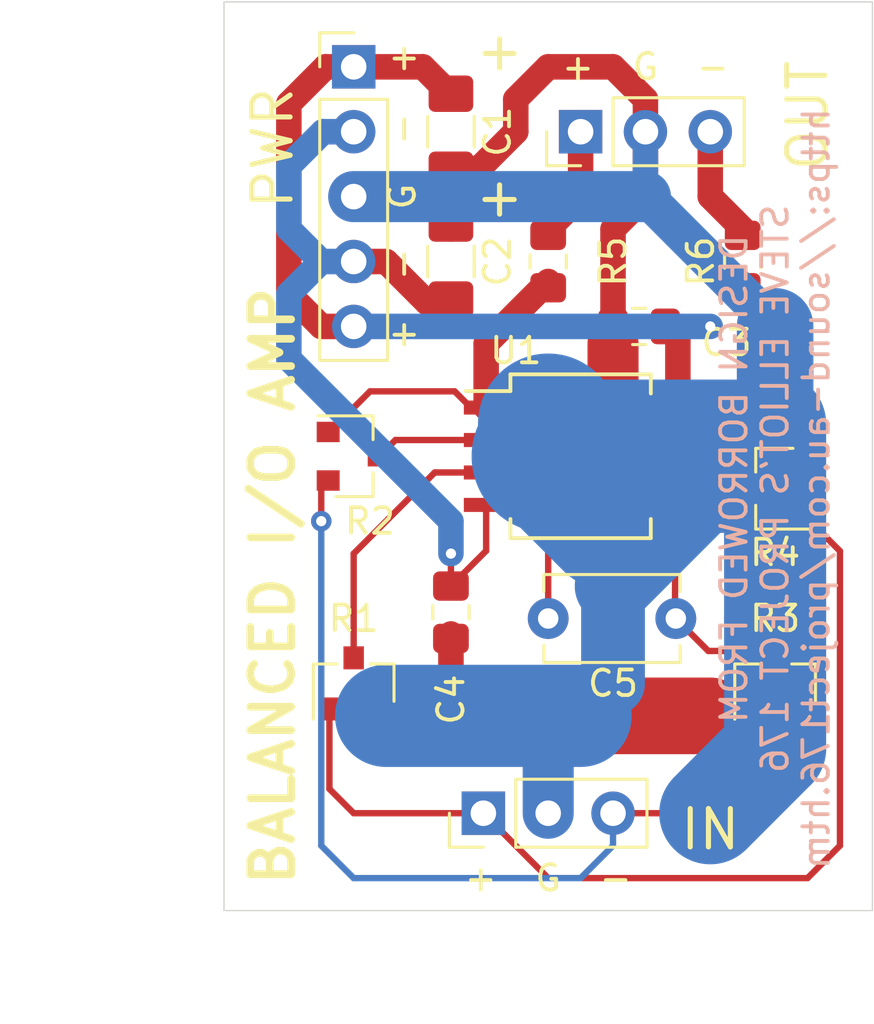
<source format=kicad_pcb>
(kicad_pcb (version 20171130) (host pcbnew "(5.1.4)-1")

  (general
    (thickness 1.6)
    (drawings 13)
    (tracks 127)
    (zones 0)
    (modules 15)
    (nets 14)
  )

  (page A4)
  (layers
    (0 F.Cu signal)
    (31 B.Cu signal)
    (36 B.SilkS user)
    (37 F.SilkS user)
    (39 F.Mask user)
    (40 Dwgs.User user)
    (44 Edge.Cuts user)
    (45 Margin user)
    (46 B.CrtYd user)
    (47 F.CrtYd user)
  )

  (setup
    (last_trace_width 0.25)
    (trace_clearance 0.2)
    (zone_clearance 0.508)
    (zone_45_only no)
    (trace_min 0.2)
    (via_size 0.8)
    (via_drill 0.4)
    (via_min_size 0.4)
    (via_min_drill 0.3)
    (uvia_size 0.3)
    (uvia_drill 0.1)
    (uvias_allowed no)
    (uvia_min_size 0.2)
    (uvia_min_drill 0.1)
    (edge_width 0.05)
    (segment_width 0.2)
    (pcb_text_width 0.3)
    (pcb_text_size 1.5 1.5)
    (mod_edge_width 0.12)
    (mod_text_size 1 1)
    (mod_text_width 0.15)
    (pad_size 0.9 0.8)
    (pad_drill 0)
    (pad_to_mask_clearance 0.0025)
    (solder_mask_min_width 0.25)
    (aux_axis_origin 0 0)
    (grid_origin 207.01 121.92)
    (visible_elements 7FFFFFFF)
    (pcbplotparams
      (layerselection 0x010fc_ffffffff)
      (usegerberextensions false)
      (usegerberattributes false)
      (usegerberadvancedattributes false)
      (creategerberjobfile false)
      (excludeedgelayer true)
      (linewidth 0.150000)
      (plotframeref false)
      (viasonmask false)
      (mode 1)
      (useauxorigin false)
      (hpglpennumber 1)
      (hpglpenspeed 20)
      (hpglpendiameter 15.000000)
      (psnegative false)
      (psa4output false)
      (plotreference true)
      (plotvalue true)
      (plotinvisibletext false)
      (padsonsilk false)
      (subtractmaskfromsilk false)
      (outputformat 1)
      (mirror false)
      (drillshape 1)
      (scaleselection 1)
      (outputdirectory ""))
  )

  (net 0 "")
  (net 1 "Net-(C5-Pad2)")
  (net 2 "Net-(C5-Pad1)")
  (net 3 "Net-(J-IN1-Pad3)")
  (net 4 GNDREF)
  (net 5 "Net-(J-IN1-Pad1)")
  (net 6 "Net-(J-OUT1-Pad3)")
  (net 7 "Net-(J-OUT1-Pad1)")
  (net 8 VCC)
  (net 9 VEE)
  (net 10 "Net-(R2-Pad3)")
  (net 11 "Net-(R2-Pad1)")
  (net 12 "Net-(R4-Pad3)")
  (net 13 "Net-(R4-Pad2)")

  (net_class Default "This is the default net class."
    (clearance 0.2)
    (trace_width 0.25)
    (via_dia 0.8)
    (via_drill 0.4)
    (uvia_dia 0.3)
    (uvia_drill 0.1)
    (add_net GNDREF)
    (add_net "Net-(C5-Pad1)")
    (add_net "Net-(C5-Pad2)")
    (add_net "Net-(J-IN1-Pad1)")
    (add_net "Net-(J-IN1-Pad3)")
    (add_net "Net-(J-OUT1-Pad1)")
    (add_net "Net-(J-OUT1-Pad3)")
    (add_net "Net-(R2-Pad1)")
    (add_net "Net-(R2-Pad3)")
    (add_net "Net-(R4-Pad2)")
    (add_net "Net-(R4-Pad3)")
    (add_net VCC)
    (add_net VEE)
  )

  (module Package_SO:SO-8_5.3x6.2mm_P1.27mm (layer F.Cu) (tedit 5A02F2D3) (tstamp 5DA8EB03)
    (at 220.98 104.14)
    (descr "8-Lead Plastic Small Outline, 5.3x6.2mm Body (http://www.ti.com.cn/cn/lit/ds/symlink/tl7705a.pdf)")
    (tags "SOIC 1.27")
    (path /5DA8BF63)
    (attr smd)
    (fp_text reference U1 (at -2.54 -4.13) (layer F.SilkS)
      (effects (font (size 1 1) (thickness 0.15)))
    )
    (fp_text value NE5532 (at 0 4.13) (layer F.Fab)
      (effects (font (size 1 1) (thickness 0.15)))
    )
    (fp_line (start -2.75 -2.55) (end -4.5 -2.55) (layer F.SilkS) (width 0.15))
    (fp_line (start -2.75 3.205) (end 2.75 3.205) (layer F.SilkS) (width 0.15))
    (fp_line (start -2.75 -3.205) (end 2.75 -3.205) (layer F.SilkS) (width 0.15))
    (fp_line (start -2.75 3.205) (end -2.75 2.455) (layer F.SilkS) (width 0.15))
    (fp_line (start 2.75 3.205) (end 2.75 2.455) (layer F.SilkS) (width 0.15))
    (fp_line (start 2.75 -3.205) (end 2.75 -2.455) (layer F.SilkS) (width 0.15))
    (fp_line (start -2.75 -3.205) (end -2.75 -2.55) (layer F.SilkS) (width 0.15))
    (fp_line (start -4.83 3.35) (end 4.83 3.35) (layer F.CrtYd) (width 0.05))
    (fp_line (start -4.83 -3.35) (end 4.83 -3.35) (layer F.CrtYd) (width 0.05))
    (fp_line (start 4.83 -3.35) (end 4.83 3.35) (layer F.CrtYd) (width 0.05))
    (fp_line (start -4.83 -3.35) (end -4.83 3.35) (layer F.CrtYd) (width 0.05))
    (fp_line (start -2.65 -2.1) (end -1.65 -3.1) (layer F.Fab) (width 0.15))
    (fp_line (start -2.65 3.1) (end -2.65 -2.1) (layer F.Fab) (width 0.15))
    (fp_line (start 2.65 3.1) (end -2.65 3.1) (layer F.Fab) (width 0.15))
    (fp_line (start 2.65 -3.1) (end 2.65 3.1) (layer F.Fab) (width 0.15))
    (fp_line (start -1.65 -3.1) (end 2.65 -3.1) (layer F.Fab) (width 0.15))
    (fp_text user %R (at 0 0) (layer F.Fab)
      (effects (font (size 1 1) (thickness 0.15)))
    )
    (pad 8 smd rect (at 3.7 -1.905) (size 1.75 0.55) (layers F.Cu F.Paste F.Mask)
      (net 8 VCC))
    (pad 7 smd rect (at 3.7 -0.635) (size 1.75 0.55) (layers F.Cu F.Paste F.Mask)
      (net 13 "Net-(R4-Pad2)"))
    (pad 6 smd rect (at 3.7 0.635) (size 1.75 0.55) (layers F.Cu F.Paste F.Mask)
      (net 12 "Net-(R4-Pad3)"))
    (pad 5 smd rect (at 3.7 1.905) (size 1.75 0.55) (layers F.Cu F.Paste F.Mask)
      (net 1 "Net-(C5-Pad2)"))
    (pad 4 smd rect (at -3.7 1.905) (size 1.75 0.55) (layers F.Cu F.Paste F.Mask)
      (net 9 VEE))
    (pad 3 smd rect (at -3.7 0.635) (size 1.75 0.55) (layers F.Cu F.Paste F.Mask)
      (net 2 "Net-(C5-Pad1)"))
    (pad 2 smd rect (at -3.7 -0.635) (size 1.75 0.55) (layers F.Cu F.Paste F.Mask)
      (net 10 "Net-(R2-Pad3)"))
    (pad 1 smd rect (at -3.7 -1.905) (size 1.75 0.55) (layers F.Cu F.Paste F.Mask)
      (net 11 "Net-(R2-Pad1)"))
    (model ${KISYS3DMOD}/Package_SO.3dshapes/SO-8_5.3x6.2mm_P1.27mm.wrl
      (at (xyz 0 0 0))
      (scale (xyz 1 1 1))
      (rotate (xyz 0 0 0))
    )
  )

  (module Resistor_SMD:R_0805_2012Metric_Pad1.15x1.40mm_HandSolder (layer F.Cu) (tedit 5B36C52B) (tstamp 5DA8EAE6)
    (at 227.33 96.52 90)
    (descr "Resistor SMD 0805 (2012 Metric), square (rectangular) end terminal, IPC_7351 nominal with elongated pad for handsoldering. (Body size source: https://docs.google.com/spreadsheets/d/1BsfQQcO9C6DZCsRaXUlFlo91Tg2WpOkGARC1WS5S8t0/edit?usp=sharing), generated with kicad-footprint-generator")
    (tags "resistor handsolder")
    (path /5DAAF68D)
    (attr smd)
    (fp_text reference R6 (at 0 -1.65 90) (layer F.SilkS)
      (effects (font (size 1 1) (thickness 0.15)))
    )
    (fp_text value 100 (at 0 1.65 90) (layer F.Fab)
      (effects (font (size 1 1) (thickness 0.15)))
    )
    (fp_text user %R (at 0 0 90) (layer F.Fab)
      (effects (font (size 0.5 0.5) (thickness 0.08)))
    )
    (fp_line (start 1.85 0.95) (end -1.85 0.95) (layer F.CrtYd) (width 0.05))
    (fp_line (start 1.85 -0.95) (end 1.85 0.95) (layer F.CrtYd) (width 0.05))
    (fp_line (start -1.85 -0.95) (end 1.85 -0.95) (layer F.CrtYd) (width 0.05))
    (fp_line (start -1.85 0.95) (end -1.85 -0.95) (layer F.CrtYd) (width 0.05))
    (fp_line (start -0.261252 0.71) (end 0.261252 0.71) (layer F.SilkS) (width 0.12))
    (fp_line (start -0.261252 -0.71) (end 0.261252 -0.71) (layer F.SilkS) (width 0.12))
    (fp_line (start 1 0.6) (end -1 0.6) (layer F.Fab) (width 0.1))
    (fp_line (start 1 -0.6) (end 1 0.6) (layer F.Fab) (width 0.1))
    (fp_line (start -1 -0.6) (end 1 -0.6) (layer F.Fab) (width 0.1))
    (fp_line (start -1 0.6) (end -1 -0.6) (layer F.Fab) (width 0.1))
    (pad 2 smd roundrect (at 1.025 0 90) (size 1.15 1.4) (layers F.Cu F.Paste F.Mask) (roundrect_rratio 0.217391)
      (net 6 "Net-(J-OUT1-Pad3)"))
    (pad 1 smd roundrect (at -1.025 0 90) (size 1.15 1.4) (layers F.Cu F.Paste F.Mask) (roundrect_rratio 0.217391)
      (net 13 "Net-(R4-Pad2)"))
    (model ${KISYS3DMOD}/Resistor_SMD.3dshapes/R_0805_2012Metric.wrl
      (at (xyz 0 0 0))
      (scale (xyz 1 1 1))
      (rotate (xyz 0 0 0))
    )
  )

  (module Resistor_SMD:R_0805_2012Metric_Pad1.15x1.40mm_HandSolder (layer F.Cu) (tedit 5B36C52B) (tstamp 5DA8EAD5)
    (at 219.71 96.52 90)
    (descr "Resistor SMD 0805 (2012 Metric), square (rectangular) end terminal, IPC_7351 nominal with elongated pad for handsoldering. (Body size source: https://docs.google.com/spreadsheets/d/1BsfQQcO9C6DZCsRaXUlFlo91Tg2WpOkGARC1WS5S8t0/edit?usp=sharing), generated with kicad-footprint-generator")
    (tags "resistor handsolder")
    (path /5DAAECDC)
    (attr smd)
    (fp_text reference R5 (at 0 2.54 90) (layer F.SilkS)
      (effects (font (size 1 1) (thickness 0.15)))
    )
    (fp_text value 100 (at 0 1.65 90) (layer F.Fab)
      (effects (font (size 1 1) (thickness 0.15)))
    )
    (fp_text user %R (at 0 0 90) (layer F.Fab)
      (effects (font (size 0.5 0.5) (thickness 0.08)))
    )
    (fp_line (start 1.85 0.95) (end -1.85 0.95) (layer F.CrtYd) (width 0.05))
    (fp_line (start 1.85 -0.95) (end 1.85 0.95) (layer F.CrtYd) (width 0.05))
    (fp_line (start -1.85 -0.95) (end 1.85 -0.95) (layer F.CrtYd) (width 0.05))
    (fp_line (start -1.85 0.95) (end -1.85 -0.95) (layer F.CrtYd) (width 0.05))
    (fp_line (start -0.261252 0.71) (end 0.261252 0.71) (layer F.SilkS) (width 0.12))
    (fp_line (start -0.261252 -0.71) (end 0.261252 -0.71) (layer F.SilkS) (width 0.12))
    (fp_line (start 1 0.6) (end -1 0.6) (layer F.Fab) (width 0.1))
    (fp_line (start 1 -0.6) (end 1 0.6) (layer F.Fab) (width 0.1))
    (fp_line (start -1 -0.6) (end 1 -0.6) (layer F.Fab) (width 0.1))
    (fp_line (start -1 0.6) (end -1 -0.6) (layer F.Fab) (width 0.1))
    (pad 2 smd roundrect (at 1.025 0 90) (size 1.15 1.4) (layers F.Cu F.Paste F.Mask) (roundrect_rratio 0.217391)
      (net 7 "Net-(J-OUT1-Pad1)"))
    (pad 1 smd roundrect (at -1.025 0 90) (size 1.15 1.4) (layers F.Cu F.Paste F.Mask) (roundrect_rratio 0.217391)
      (net 11 "Net-(R2-Pad1)"))
    (model ${KISYS3DMOD}/Resistor_SMD.3dshapes/R_0805_2012Metric.wrl
      (at (xyz 0 0 0))
      (scale (xyz 1 1 1))
      (rotate (xyz 0 0 0))
    )
  )

  (module Package_TO_SOT_SMD:SOT-23 (layer F.Cu) (tedit 5A02FF57) (tstamp 5DA8EAC4)
    (at 228.6 105.41 180)
    (descr "SOT-23, Standard")
    (tags SOT-23)
    (path /5DAA44F4)
    (attr smd)
    (fp_text reference R4 (at 0 -2.5) (layer F.SilkS)
      (effects (font (size 1 1) (thickness 0.15)))
    )
    (fp_text value "10K Dual R" (at 0 2.5) (layer F.Fab)
      (effects (font (size 1 1) (thickness 0.15)))
    )
    (fp_line (start 0.76 1.58) (end -0.7 1.58) (layer F.SilkS) (width 0.12))
    (fp_line (start 0.76 -1.58) (end -1.4 -1.58) (layer F.SilkS) (width 0.12))
    (fp_line (start -1.7 1.75) (end -1.7 -1.75) (layer F.CrtYd) (width 0.05))
    (fp_line (start 1.7 1.75) (end -1.7 1.75) (layer F.CrtYd) (width 0.05))
    (fp_line (start 1.7 -1.75) (end 1.7 1.75) (layer F.CrtYd) (width 0.05))
    (fp_line (start -1.7 -1.75) (end 1.7 -1.75) (layer F.CrtYd) (width 0.05))
    (fp_line (start 0.76 -1.58) (end 0.76 -0.65) (layer F.SilkS) (width 0.12))
    (fp_line (start 0.76 1.58) (end 0.76 0.65) (layer F.SilkS) (width 0.12))
    (fp_line (start -0.7 1.52) (end 0.7 1.52) (layer F.Fab) (width 0.1))
    (fp_line (start 0.7 -1.52) (end 0.7 1.52) (layer F.Fab) (width 0.1))
    (fp_line (start -0.7 -0.95) (end -0.15 -1.52) (layer F.Fab) (width 0.1))
    (fp_line (start -0.15 -1.52) (end 0.7 -1.52) (layer F.Fab) (width 0.1))
    (fp_line (start -0.7 -0.95) (end -0.7 1.5) (layer F.Fab) (width 0.1))
    (fp_text user %R (at 0 0 90) (layer F.Fab)
      (effects (font (size 0.5 0.5) (thickness 0.075)))
    )
    (pad 3 smd rect (at 1 0 180) (size 0.9 0.8) (layers F.Cu F.Paste F.Mask)
      (net 12 "Net-(R4-Pad3)"))
    (pad 2 smd rect (at -1 0.95 180) (size 0.9 0.8) (layers F.Cu F.Paste F.Mask)
      (net 13 "Net-(R4-Pad2)"))
    (pad 1 smd rect (at -1 -0.95 180) (size 0.9 0.8) (layers F.Cu F.Paste F.Mask)
      (net 5 "Net-(J-IN1-Pad1)"))
    (model ${KISYS3DMOD}/Package_TO_SOT_SMD.3dshapes/SOT-23.wrl
      (at (xyz 0 0 0))
      (scale (xyz 1 1 1))
      (rotate (xyz 0 0 0))
    )
  )

  (module Package_TO_SOT_SMD:SOT-23 (layer F.Cu) (tedit 5A02FF57) (tstamp 5DA8EAAF)
    (at 228.6 113.03 90)
    (descr "SOT-23, Standard")
    (tags SOT-23)
    (path /5DAA44EE)
    (attr smd)
    (fp_text reference R3 (at 2.54 0) (layer F.SilkS)
      (effects (font (size 1 1) (thickness 0.15)))
    )
    (fp_text value "10K Dual R" (at 0 2.5 90) (layer F.Fab)
      (effects (font (size 1 1) (thickness 0.15)))
    )
    (fp_line (start 0.76 1.58) (end -0.7 1.58) (layer F.SilkS) (width 0.12))
    (fp_line (start 0.76 -1.58) (end -1.4 -1.58) (layer F.SilkS) (width 0.12))
    (fp_line (start -1.7 1.75) (end -1.7 -1.75) (layer F.CrtYd) (width 0.05))
    (fp_line (start 1.7 1.75) (end -1.7 1.75) (layer F.CrtYd) (width 0.05))
    (fp_line (start 1.7 -1.75) (end 1.7 1.75) (layer F.CrtYd) (width 0.05))
    (fp_line (start -1.7 -1.75) (end 1.7 -1.75) (layer F.CrtYd) (width 0.05))
    (fp_line (start 0.76 -1.58) (end 0.76 -0.65) (layer F.SilkS) (width 0.12))
    (fp_line (start 0.76 1.58) (end 0.76 0.65) (layer F.SilkS) (width 0.12))
    (fp_line (start -0.7 1.52) (end 0.7 1.52) (layer F.Fab) (width 0.1))
    (fp_line (start 0.7 -1.52) (end 0.7 1.52) (layer F.Fab) (width 0.1))
    (fp_line (start -0.7 -0.95) (end -0.15 -1.52) (layer F.Fab) (width 0.1))
    (fp_line (start -0.15 -1.52) (end 0.7 -1.52) (layer F.Fab) (width 0.1))
    (fp_line (start -0.7 -0.95) (end -0.7 1.5) (layer F.Fab) (width 0.1))
    (fp_text user %R (at 0 0) (layer F.Fab)
      (effects (font (size 0.5 0.5) (thickness 0.075)))
    )
    (pad 3 smd rect (at 1 0 90) (size 0.9 0.8) (layers F.Cu F.Paste F.Mask)
      (net 1 "Net-(C5-Pad2)"))
    (pad 2 smd rect (at -1 0.95 90) (size 0.9 0.8) (layers F.Cu F.Paste F.Mask)
      (net 3 "Net-(J-IN1-Pad3)"))
    (pad 1 smd rect (at -1 -0.95 90) (size 0.9 0.8) (layers F.Cu F.Paste F.Mask)
      (net 4 GNDREF))
    (model ${KISYS3DMOD}/Package_TO_SOT_SMD.3dshapes/SOT-23.wrl
      (at (xyz 0 0 0))
      (scale (xyz 1 1 1))
      (rotate (xyz 0 0 0))
    )
  )

  (module Package_TO_SOT_SMD:SOT-23 (layer F.Cu) (tedit 5A02FF57) (tstamp 5DA8EA9A)
    (at 212.09 104.14)
    (descr "SOT-23, Standard")
    (tags SOT-23)
    (path /5DAA0E96)
    (attr smd)
    (fp_text reference R2 (at 0.635 2.54) (layer F.SilkS)
      (effects (font (size 1 1) (thickness 0.15)))
    )
    (fp_text value "10K Dual R" (at 0 2.5) (layer F.Fab)
      (effects (font (size 1 1) (thickness 0.15)))
    )
    (fp_line (start 0.76 1.58) (end -0.7 1.58) (layer F.SilkS) (width 0.12))
    (fp_line (start 0.76 -1.58) (end -1.4 -1.58) (layer F.SilkS) (width 0.12))
    (fp_line (start -1.7 1.75) (end -1.7 -1.75) (layer F.CrtYd) (width 0.05))
    (fp_line (start 1.7 1.75) (end -1.7 1.75) (layer F.CrtYd) (width 0.05))
    (fp_line (start 1.7 -1.75) (end 1.7 1.75) (layer F.CrtYd) (width 0.05))
    (fp_line (start -1.7 -1.75) (end 1.7 -1.75) (layer F.CrtYd) (width 0.05))
    (fp_line (start 0.76 -1.58) (end 0.76 -0.65) (layer F.SilkS) (width 0.12))
    (fp_line (start 0.76 1.58) (end 0.76 0.65) (layer F.SilkS) (width 0.12))
    (fp_line (start -0.7 1.52) (end 0.7 1.52) (layer F.Fab) (width 0.1))
    (fp_line (start 0.7 -1.52) (end 0.7 1.52) (layer F.Fab) (width 0.1))
    (fp_line (start -0.7 -0.95) (end -0.15 -1.52) (layer F.Fab) (width 0.1))
    (fp_line (start -0.15 -1.52) (end 0.7 -1.52) (layer F.Fab) (width 0.1))
    (fp_line (start -0.7 -0.95) (end -0.7 1.5) (layer F.Fab) (width 0.1))
    (fp_text user %R (at 0 0 90) (layer F.Fab)
      (effects (font (size 0.5 0.5) (thickness 0.075)))
    )
    (pad 3 smd rect (at 1 0) (size 0.9 0.8) (layers F.Cu F.Paste F.Mask)
      (net 10 "Net-(R2-Pad3)"))
    (pad 2 smd rect (at -1 0.95) (size 0.9 0.8) (layers F.Cu F.Paste F.Mask)
      (net 3 "Net-(J-IN1-Pad3)"))
    (pad 1 smd rect (at -1 -0.95) (size 0.9 0.8) (layers F.Cu F.Paste F.Mask)
      (net 11 "Net-(R2-Pad1)"))
    (model ${KISYS3DMOD}/Package_TO_SOT_SMD.3dshapes/SOT-23.wrl
      (at (xyz 0 0 0))
      (scale (xyz 1 1 1))
      (rotate (xyz 0 0 0))
    )
  )

  (module Package_TO_SOT_SMD:SOT-23 (layer F.Cu) (tedit 5A02FF57) (tstamp 5DA8EA85)
    (at 212.09 113.03 90)
    (descr "SOT-23, Standard")
    (tags SOT-23)
    (path /5DAA034C)
    (attr smd)
    (fp_text reference R1 (at 2.54 0) (layer F.SilkS)
      (effects (font (size 1 1) (thickness 0.15)))
    )
    (fp_text value "10K Dual R" (at 0 2.5 90) (layer F.Fab)
      (effects (font (size 1 1) (thickness 0.15)))
    )
    (fp_line (start 0.76 1.58) (end -0.7 1.58) (layer F.SilkS) (width 0.12))
    (fp_line (start 0.76 -1.58) (end -1.4 -1.58) (layer F.SilkS) (width 0.12))
    (fp_line (start -1.7 1.75) (end -1.7 -1.75) (layer F.CrtYd) (width 0.05))
    (fp_line (start 1.7 1.75) (end -1.7 1.75) (layer F.CrtYd) (width 0.05))
    (fp_line (start 1.7 -1.75) (end 1.7 1.75) (layer F.CrtYd) (width 0.05))
    (fp_line (start -1.7 -1.75) (end 1.7 -1.75) (layer F.CrtYd) (width 0.05))
    (fp_line (start 0.76 -1.58) (end 0.76 -0.65) (layer F.SilkS) (width 0.12))
    (fp_line (start 0.76 1.58) (end 0.76 0.65) (layer F.SilkS) (width 0.12))
    (fp_line (start -0.7 1.52) (end 0.7 1.52) (layer F.Fab) (width 0.1))
    (fp_line (start 0.7 -1.52) (end 0.7 1.52) (layer F.Fab) (width 0.1))
    (fp_line (start -0.7 -0.95) (end -0.15 -1.52) (layer F.Fab) (width 0.1))
    (fp_line (start -0.15 -1.52) (end 0.7 -1.52) (layer F.Fab) (width 0.1))
    (fp_line (start -0.7 -0.95) (end -0.7 1.5) (layer F.Fab) (width 0.1))
    (fp_text user %R (at 0 0) (layer F.Fab)
      (effects (font (size 0.5 0.5) (thickness 0.075)))
    )
    (pad 3 smd rect (at 1 0 90) (size 0.9 0.8) (layers F.Cu F.Paste F.Mask)
      (net 2 "Net-(C5-Pad1)"))
    (pad 2 smd rect (at -1 0.95 90) (size 0.9 0.8) (layers F.Cu F.Paste F.Mask)
      (net 4 GNDREF))
    (pad 1 smd rect (at -1 -0.95 90) (size 0.9 0.8) (layers F.Cu F.Paste F.Mask)
      (net 5 "Net-(J-IN1-Pad1)"))
    (model ${KISYS3DMOD}/Package_TO_SOT_SMD.3dshapes/SOT-23.wrl
      (at (xyz 0 0 0))
      (scale (xyz 1 1 1))
      (rotate (xyz 0 0 0))
    )
  )

  (module Connector_PinHeader_2.54mm:PinHeader_1x05_P2.54mm_Vertical (layer F.Cu) (tedit 59FED5CC) (tstamp 5DA8EA70)
    (at 212.09 88.9)
    (descr "Through hole straight pin header, 1x05, 2.54mm pitch, single row")
    (tags "Through hole pin header THT 1x05 2.54mm single row")
    (path /5DA98753)
    (fp_text reference PWR (at -3.175 3.175 90) (layer F.SilkS)
      (effects (font (size 1.5 1.5) (thickness 0.2)))
    )
    (fp_text value Conn_01x05 (at 0 12.49) (layer F.Fab)
      (effects (font (size 1 1) (thickness 0.15)))
    )
    (fp_text user %R (at 0 5.08 90) (layer F.Fab)
      (effects (font (size 1 1) (thickness 0.15)))
    )
    (fp_line (start 1.8 -1.8) (end -1.8 -1.8) (layer F.CrtYd) (width 0.05))
    (fp_line (start 1.8 11.95) (end 1.8 -1.8) (layer F.CrtYd) (width 0.05))
    (fp_line (start -1.8 11.95) (end 1.8 11.95) (layer F.CrtYd) (width 0.05))
    (fp_line (start -1.8 -1.8) (end -1.8 11.95) (layer F.CrtYd) (width 0.05))
    (fp_line (start -1.33 -1.33) (end 0 -1.33) (layer F.SilkS) (width 0.12))
    (fp_line (start -1.33 0) (end -1.33 -1.33) (layer F.SilkS) (width 0.12))
    (fp_line (start -1.33 1.27) (end 1.33 1.27) (layer F.SilkS) (width 0.12))
    (fp_line (start 1.33 1.27) (end 1.33 11.49) (layer F.SilkS) (width 0.12))
    (fp_line (start -1.33 1.27) (end -1.33 11.49) (layer F.SilkS) (width 0.12))
    (fp_line (start -1.33 11.49) (end 1.33 11.49) (layer F.SilkS) (width 0.12))
    (fp_line (start -1.27 -0.635) (end -0.635 -1.27) (layer F.Fab) (width 0.1))
    (fp_line (start -1.27 11.43) (end -1.27 -0.635) (layer F.Fab) (width 0.1))
    (fp_line (start 1.27 11.43) (end -1.27 11.43) (layer F.Fab) (width 0.1))
    (fp_line (start 1.27 -1.27) (end 1.27 11.43) (layer F.Fab) (width 0.1))
    (fp_line (start -0.635 -1.27) (end 1.27 -1.27) (layer F.Fab) (width 0.1))
    (pad 5 thru_hole oval (at 0 10.16) (size 1.7 1.7) (drill 1) (layers *.Cu *.Mask)
      (net 8 VCC))
    (pad 4 thru_hole oval (at 0 7.62) (size 1.7 1.7) (drill 1) (layers *.Cu *.Mask)
      (net 9 VEE))
    (pad 3 thru_hole oval (at 0 5.08) (size 1.7 1.7) (drill 1) (layers *.Cu *.Mask)
      (net 4 GNDREF))
    (pad 2 thru_hole oval (at 0 2.54) (size 1.7 1.7) (drill 1) (layers *.Cu *.Mask)
      (net 9 VEE))
    (pad 1 thru_hole rect (at 0 0) (size 1.7 1.7) (drill 1) (layers *.Cu *.Mask)
      (net 8 VCC))
    (model ${KISYS3DMOD}/Connector_PinHeader_2.54mm.3dshapes/PinHeader_1x05_P2.54mm_Vertical.wrl
      (at (xyz 0 0 0))
      (scale (xyz 1 1 1))
      (rotate (xyz 0 0 0))
    )
  )

  (module Connector_PinHeader_2.54mm:PinHeader_1x03_P2.54mm_Vertical (layer F.Cu) (tedit 59FED5CC) (tstamp 5DA8EA57)
    (at 220.98 91.44 90)
    (descr "Through hole straight pin header, 1x03, 2.54mm pitch, single row")
    (tags "Through hole pin header THT 1x03 2.54mm single row")
    (path /5DA973D1)
    (fp_text reference OUT (at 0.635 8.89 90) (layer F.SilkS)
      (effects (font (size 1.5 1.5) (thickness 0.2)))
    )
    (fp_text value Conn_01x03 (at 0 7.41 90) (layer F.Fab)
      (effects (font (size 1 1) (thickness 0.15)))
    )
    (fp_text user %R (at 0 2.54) (layer F.Fab)
      (effects (font (size 1 1) (thickness 0.15)))
    )
    (fp_line (start 1.8 -1.8) (end -1.8 -1.8) (layer F.CrtYd) (width 0.05))
    (fp_line (start 1.8 6.85) (end 1.8 -1.8) (layer F.CrtYd) (width 0.05))
    (fp_line (start -1.8 6.85) (end 1.8 6.85) (layer F.CrtYd) (width 0.05))
    (fp_line (start -1.8 -1.8) (end -1.8 6.85) (layer F.CrtYd) (width 0.05))
    (fp_line (start -1.33 -1.33) (end 0 -1.33) (layer F.SilkS) (width 0.12))
    (fp_line (start -1.33 0) (end -1.33 -1.33) (layer F.SilkS) (width 0.12))
    (fp_line (start -1.33 1.27) (end 1.33 1.27) (layer F.SilkS) (width 0.12))
    (fp_line (start 1.33 1.27) (end 1.33 6.41) (layer F.SilkS) (width 0.12))
    (fp_line (start -1.33 1.27) (end -1.33 6.41) (layer F.SilkS) (width 0.12))
    (fp_line (start -1.33 6.41) (end 1.33 6.41) (layer F.SilkS) (width 0.12))
    (fp_line (start -1.27 -0.635) (end -0.635 -1.27) (layer F.Fab) (width 0.1))
    (fp_line (start -1.27 6.35) (end -1.27 -0.635) (layer F.Fab) (width 0.1))
    (fp_line (start 1.27 6.35) (end -1.27 6.35) (layer F.Fab) (width 0.1))
    (fp_line (start 1.27 -1.27) (end 1.27 6.35) (layer F.Fab) (width 0.1))
    (fp_line (start -0.635 -1.27) (end 1.27 -1.27) (layer F.Fab) (width 0.1))
    (pad 3 thru_hole oval (at 0 5.08 90) (size 1.7 1.7) (drill 1) (layers *.Cu *.Mask)
      (net 6 "Net-(J-OUT1-Pad3)"))
    (pad 2 thru_hole oval (at 0 2.54 90) (size 1.7 1.7) (drill 1) (layers *.Cu *.Mask)
      (net 4 GNDREF))
    (pad 1 thru_hole rect (at 0 0 90) (size 1.7 1.7) (drill 1) (layers *.Cu *.Mask)
      (net 7 "Net-(J-OUT1-Pad1)"))
    (model ${KISYS3DMOD}/Connector_PinHeader_2.54mm.3dshapes/PinHeader_1x03_P2.54mm_Vertical.wrl
      (at (xyz 0 0 0))
      (scale (xyz 1 1 1))
      (rotate (xyz 0 0 0))
    )
  )

  (module Connector_PinHeader_2.54mm:PinHeader_1x03_P2.54mm_Vertical (layer F.Cu) (tedit 59FED5CC) (tstamp 5DA8EA40)
    (at 217.17 118.11 90)
    (descr "Through hole straight pin header, 1x03, 2.54mm pitch, single row")
    (tags "Through hole pin header THT 1x03 2.54mm single row")
    (path /5DA97DA8)
    (fp_text reference IN (at -0.635 8.89) (layer F.SilkS)
      (effects (font (size 1.5 1.5) (thickness 0.2)))
    )
    (fp_text value Conn_01x03 (at 0 7.41 90) (layer F.Fab)
      (effects (font (size 1 1) (thickness 0.15)))
    )
    (fp_text user %R (at 0 2.54) (layer F.Fab)
      (effects (font (size 1 1) (thickness 0.15)))
    )
    (fp_line (start 1.8 -1.8) (end -1.8 -1.8) (layer F.CrtYd) (width 0.05))
    (fp_line (start 1.8 6.85) (end 1.8 -1.8) (layer F.CrtYd) (width 0.05))
    (fp_line (start -1.8 6.85) (end 1.8 6.85) (layer F.CrtYd) (width 0.05))
    (fp_line (start -1.8 -1.8) (end -1.8 6.85) (layer F.CrtYd) (width 0.05))
    (fp_line (start -1.33 -1.33) (end 0 -1.33) (layer F.SilkS) (width 0.12))
    (fp_line (start -1.33 0) (end -1.33 -1.33) (layer F.SilkS) (width 0.12))
    (fp_line (start -1.33 1.27) (end 1.33 1.27) (layer F.SilkS) (width 0.12))
    (fp_line (start 1.33 1.27) (end 1.33 6.41) (layer F.SilkS) (width 0.12))
    (fp_line (start -1.33 1.27) (end -1.33 6.41) (layer F.SilkS) (width 0.12))
    (fp_line (start -1.33 6.41) (end 1.33 6.41) (layer F.SilkS) (width 0.12))
    (fp_line (start -1.27 -0.635) (end -0.635 -1.27) (layer F.Fab) (width 0.1))
    (fp_line (start -1.27 6.35) (end -1.27 -0.635) (layer F.Fab) (width 0.1))
    (fp_line (start 1.27 6.35) (end -1.27 6.35) (layer F.Fab) (width 0.1))
    (fp_line (start 1.27 -1.27) (end 1.27 6.35) (layer F.Fab) (width 0.1))
    (fp_line (start -0.635 -1.27) (end 1.27 -1.27) (layer F.Fab) (width 0.1))
    (pad 3 thru_hole oval (at 0 5.08 90) (size 1.7 1.7) (drill 1) (layers *.Cu *.Mask)
      (net 3 "Net-(J-IN1-Pad3)"))
    (pad 2 thru_hole oval (at 0 2.54 90) (size 1.7 1.7) (drill 1) (layers *.Cu *.Mask)
      (net 4 GNDREF))
    (pad 1 thru_hole rect (at 0 0 90) (size 1.7 1.7) (drill 1) (layers *.Cu *.Mask)
      (net 5 "Net-(J-IN1-Pad1)"))
    (model ${KISYS3DMOD}/Connector_PinHeader_2.54mm.3dshapes/PinHeader_1x03_P2.54mm_Vertical.wrl
      (at (xyz 0 0 0))
      (scale (xyz 1 1 1))
      (rotate (xyz 0 0 0))
    )
  )

  (module Capacitor_THT:C_Disc_D5.1mm_W3.2mm_P5.00mm (layer F.Cu) (tedit 5AE50EF0) (tstamp 5DA8EA29)
    (at 219.71 110.49)
    (descr "C, Disc series, Radial, pin pitch=5.00mm, , diameter*width=5.1*3.2mm^2, Capacitor, http://www.vishay.com/docs/45233/krseries.pdf")
    (tags "C Disc series Radial pin pitch 5.00mm  diameter 5.1mm width 3.2mm Capacitor")
    (path /5DA9DF04)
    (fp_text reference C5 (at 2.54 2.54) (layer F.SilkS)
      (effects (font (size 1 1) (thickness 0.15)))
    )
    (fp_text value 220p (at 2.5 2.85) (layer F.Fab)
      (effects (font (size 1 1) (thickness 0.15)))
    )
    (fp_text user %R (at 2.5 0) (layer F.Fab)
      (effects (font (size 1 1) (thickness 0.15)))
    )
    (fp_line (start 6.05 -1.85) (end -1.05 -1.85) (layer F.CrtYd) (width 0.05))
    (fp_line (start 6.05 1.85) (end 6.05 -1.85) (layer F.CrtYd) (width 0.05))
    (fp_line (start -1.05 1.85) (end 6.05 1.85) (layer F.CrtYd) (width 0.05))
    (fp_line (start -1.05 -1.85) (end -1.05 1.85) (layer F.CrtYd) (width 0.05))
    (fp_line (start 5.17 1.055) (end 5.17 1.721) (layer F.SilkS) (width 0.12))
    (fp_line (start 5.17 -1.721) (end 5.17 -1.055) (layer F.SilkS) (width 0.12))
    (fp_line (start -0.17 1.055) (end -0.17 1.721) (layer F.SilkS) (width 0.12))
    (fp_line (start -0.17 -1.721) (end -0.17 -1.055) (layer F.SilkS) (width 0.12))
    (fp_line (start -0.17 1.721) (end 5.17 1.721) (layer F.SilkS) (width 0.12))
    (fp_line (start -0.17 -1.721) (end 5.17 -1.721) (layer F.SilkS) (width 0.12))
    (fp_line (start 5.05 -1.6) (end -0.05 -1.6) (layer F.Fab) (width 0.1))
    (fp_line (start 5.05 1.6) (end 5.05 -1.6) (layer F.Fab) (width 0.1))
    (fp_line (start -0.05 1.6) (end 5.05 1.6) (layer F.Fab) (width 0.1))
    (fp_line (start -0.05 -1.6) (end -0.05 1.6) (layer F.Fab) (width 0.1))
    (pad 2 thru_hole circle (at 5 0) (size 1.6 1.6) (drill 0.8) (layers *.Cu *.Mask)
      (net 1 "Net-(C5-Pad2)"))
    (pad 1 thru_hole circle (at 0 0) (size 1.6 1.6) (drill 0.8) (layers *.Cu *.Mask)
      (net 2 "Net-(C5-Pad1)"))
    (model ${KISYS3DMOD}/Capacitor_THT.3dshapes/C_Disc_D5.1mm_W3.2mm_P5.00mm.wrl
      (at (xyz 0 0 0))
      (scale (xyz 1 1 1))
      (rotate (xyz 0 0 0))
    )
  )

  (module Capacitor_SMD:C_0805_2012Metric_Pad1.15x1.40mm_HandSolder (layer F.Cu) (tedit 5B36C52B) (tstamp 5DA8EA14)
    (at 215.9 110.245 270)
    (descr "Capacitor SMD 0805 (2012 Metric), square (rectangular) end terminal, IPC_7351 nominal with elongated pad for handsoldering. (Body size source: https://docs.google.com/spreadsheets/d/1BsfQQcO9C6DZCsRaXUlFlo91Tg2WpOkGARC1WS5S8t0/edit?usp=sharing), generated with kicad-footprint-generator")
    (tags "capacitor handsolder")
    (path /5DA9EB53)
    (attr smd)
    (fp_text reference C4 (at 3.42 0 90) (layer F.SilkS)
      (effects (font (size 1 1) (thickness 0.15)))
    )
    (fp_text value .1 (at 0 1.65 90) (layer F.Fab)
      (effects (font (size 1 1) (thickness 0.15)))
    )
    (fp_text user %R (at 0 0 90) (layer F.Fab)
      (effects (font (size 0.5 0.5) (thickness 0.08)))
    )
    (fp_line (start 1.85 0.95) (end -1.85 0.95) (layer F.CrtYd) (width 0.05))
    (fp_line (start 1.85 -0.95) (end 1.85 0.95) (layer F.CrtYd) (width 0.05))
    (fp_line (start -1.85 -0.95) (end 1.85 -0.95) (layer F.CrtYd) (width 0.05))
    (fp_line (start -1.85 0.95) (end -1.85 -0.95) (layer F.CrtYd) (width 0.05))
    (fp_line (start -0.261252 0.71) (end 0.261252 0.71) (layer F.SilkS) (width 0.12))
    (fp_line (start -0.261252 -0.71) (end 0.261252 -0.71) (layer F.SilkS) (width 0.12))
    (fp_line (start 1 0.6) (end -1 0.6) (layer F.Fab) (width 0.1))
    (fp_line (start 1 -0.6) (end 1 0.6) (layer F.Fab) (width 0.1))
    (fp_line (start -1 -0.6) (end 1 -0.6) (layer F.Fab) (width 0.1))
    (fp_line (start -1 0.6) (end -1 -0.6) (layer F.Fab) (width 0.1))
    (pad 2 smd roundrect (at 1.025 0 270) (size 1.15 1.4) (layers F.Cu F.Paste F.Mask) (roundrect_rratio 0.217391)
      (net 4 GNDREF))
    (pad 1 smd roundrect (at -1.025 0 270) (size 1.15 1.4) (layers F.Cu F.Paste F.Mask) (roundrect_rratio 0.217391)
      (net 9 VEE))
    (model ${KISYS3DMOD}/Capacitor_SMD.3dshapes/C_0805_2012Metric.wrl
      (at (xyz 0 0 0))
      (scale (xyz 1 1 1))
      (rotate (xyz 0 0 0))
    )
  )

  (module Capacitor_SMD:C_0805_2012Metric_Pad1.15x1.40mm_HandSolder (layer F.Cu) (tedit 5B36C52B) (tstamp 5DA8EA03)
    (at 223.275 99.06 180)
    (descr "Capacitor SMD 0805 (2012 Metric), square (rectangular) end terminal, IPC_7351 nominal with elongated pad for handsoldering. (Body size source: https://docs.google.com/spreadsheets/d/1BsfQQcO9C6DZCsRaXUlFlo91Tg2WpOkGARC1WS5S8t0/edit?usp=sharing), generated with kicad-footprint-generator")
    (tags "capacitor handsolder")
    (path /5DA9EF6A)
    (attr smd)
    (fp_text reference C3 (at -3.42 -0.635) (layer F.SilkS)
      (effects (font (size 1 1) (thickness 0.15)))
    )
    (fp_text value .1 (at 0 1.65) (layer F.Fab)
      (effects (font (size 1 1) (thickness 0.15)))
    )
    (fp_text user %R (at 0 0) (layer F.Fab)
      (effects (font (size 0.5 0.5) (thickness 0.08)))
    )
    (fp_line (start 1.85 0.95) (end -1.85 0.95) (layer F.CrtYd) (width 0.05))
    (fp_line (start 1.85 -0.95) (end 1.85 0.95) (layer F.CrtYd) (width 0.05))
    (fp_line (start -1.85 -0.95) (end 1.85 -0.95) (layer F.CrtYd) (width 0.05))
    (fp_line (start -1.85 0.95) (end -1.85 -0.95) (layer F.CrtYd) (width 0.05))
    (fp_line (start -0.261252 0.71) (end 0.261252 0.71) (layer F.SilkS) (width 0.12))
    (fp_line (start -0.261252 -0.71) (end 0.261252 -0.71) (layer F.SilkS) (width 0.12))
    (fp_line (start 1 0.6) (end -1 0.6) (layer F.Fab) (width 0.1))
    (fp_line (start 1 -0.6) (end 1 0.6) (layer F.Fab) (width 0.1))
    (fp_line (start -1 -0.6) (end 1 -0.6) (layer F.Fab) (width 0.1))
    (fp_line (start -1 0.6) (end -1 -0.6) (layer F.Fab) (width 0.1))
    (pad 2 smd roundrect (at 1.025 0 180) (size 1.15 1.4) (layers F.Cu F.Paste F.Mask) (roundrect_rratio 0.217391)
      (net 4 GNDREF))
    (pad 1 smd roundrect (at -1.025 0 180) (size 1.15 1.4) (layers F.Cu F.Paste F.Mask) (roundrect_rratio 0.217391)
      (net 8 VCC))
    (model ${KISYS3DMOD}/Capacitor_SMD.3dshapes/C_0805_2012Metric.wrl
      (at (xyz 0 0 0))
      (scale (xyz 1 1 1))
      (rotate (xyz 0 0 0))
    )
  )

  (module Capacitor_SMD:C_1206_3216Metric_Pad1.42x1.75mm_HandSolder (layer F.Cu) (tedit 5B301BBE) (tstamp 5DA8E9F2)
    (at 215.9 96.52 270)
    (descr "Capacitor SMD 1206 (3216 Metric), square (rectangular) end terminal, IPC_7351 nominal with elongated pad for handsoldering. (Body size source: http://www.tortai-tech.com/upload/download/2011102023233369053.pdf), generated with kicad-footprint-generator")
    (tags "capacitor handsolder")
    (path /5DA9C72C)
    (attr smd)
    (fp_text reference C2 (at 0 -1.82 90) (layer F.SilkS)
      (effects (font (size 1 1) (thickness 0.15)))
    )
    (fp_text value 4.7u (at 0 1.82 90) (layer F.Fab)
      (effects (font (size 1 1) (thickness 0.15)))
    )
    (fp_text user %R (at 0 0 90) (layer F.Fab)
      (effects (font (size 0.8 0.8) (thickness 0.12)))
    )
    (fp_line (start 2.45 1.12) (end -2.45 1.12) (layer F.CrtYd) (width 0.05))
    (fp_line (start 2.45 -1.12) (end 2.45 1.12) (layer F.CrtYd) (width 0.05))
    (fp_line (start -2.45 -1.12) (end 2.45 -1.12) (layer F.CrtYd) (width 0.05))
    (fp_line (start -2.45 1.12) (end -2.45 -1.12) (layer F.CrtYd) (width 0.05))
    (fp_line (start -0.602064 0.91) (end 0.602064 0.91) (layer F.SilkS) (width 0.12))
    (fp_line (start -0.602064 -0.91) (end 0.602064 -0.91) (layer F.SilkS) (width 0.12))
    (fp_line (start 1.6 0.8) (end -1.6 0.8) (layer F.Fab) (width 0.1))
    (fp_line (start 1.6 -0.8) (end 1.6 0.8) (layer F.Fab) (width 0.1))
    (fp_line (start -1.6 -0.8) (end 1.6 -0.8) (layer F.Fab) (width 0.1))
    (fp_line (start -1.6 0.8) (end -1.6 -0.8) (layer F.Fab) (width 0.1))
    (pad 2 smd roundrect (at 1.4875 0 270) (size 1.425 1.75) (layers F.Cu F.Paste F.Mask) (roundrect_rratio 0.175439)
      (net 9 VEE))
    (pad 1 smd roundrect (at -1.4875 0 270) (size 1.425 1.75) (layers F.Cu F.Paste F.Mask) (roundrect_rratio 0.175439)
      (net 4 GNDREF))
    (model ${KISYS3DMOD}/Capacitor_SMD.3dshapes/C_1206_3216Metric.wrl
      (at (xyz 0 0 0))
      (scale (xyz 1 1 1))
      (rotate (xyz 0 0 0))
    )
  )

  (module Capacitor_SMD:C_1206_3216Metric_Pad1.42x1.75mm_HandSolder (layer F.Cu) (tedit 5B301BBE) (tstamp 5DA8E9E1)
    (at 215.9 91.44 270)
    (descr "Capacitor SMD 1206 (3216 Metric), square (rectangular) end terminal, IPC_7351 nominal with elongated pad for handsoldering. (Body size source: http://www.tortai-tech.com/upload/download/2011102023233369053.pdf), generated with kicad-footprint-generator")
    (tags "capacitor handsolder")
    (path /5DA9B761)
    (attr smd)
    (fp_text reference C1 (at 0 -1.82 90) (layer F.SilkS)
      (effects (font (size 1 1) (thickness 0.15)))
    )
    (fp_text value 4.7u (at 0 1.82 90) (layer F.Fab)
      (effects (font (size 1 1) (thickness 0.15)))
    )
    (fp_text user %R (at 0 0 90) (layer F.Fab)
      (effects (font (size 0.8 0.8) (thickness 0.12)))
    )
    (fp_line (start 2.45 1.12) (end -2.45 1.12) (layer F.CrtYd) (width 0.05))
    (fp_line (start 2.45 -1.12) (end 2.45 1.12) (layer F.CrtYd) (width 0.05))
    (fp_line (start -2.45 -1.12) (end 2.45 -1.12) (layer F.CrtYd) (width 0.05))
    (fp_line (start -2.45 1.12) (end -2.45 -1.12) (layer F.CrtYd) (width 0.05))
    (fp_line (start -0.602064 0.91) (end 0.602064 0.91) (layer F.SilkS) (width 0.12))
    (fp_line (start -0.602064 -0.91) (end 0.602064 -0.91) (layer F.SilkS) (width 0.12))
    (fp_line (start 1.6 0.8) (end -1.6 0.8) (layer F.Fab) (width 0.1))
    (fp_line (start 1.6 -0.8) (end 1.6 0.8) (layer F.Fab) (width 0.1))
    (fp_line (start -1.6 -0.8) (end 1.6 -0.8) (layer F.Fab) (width 0.1))
    (fp_line (start -1.6 0.8) (end -1.6 -0.8) (layer F.Fab) (width 0.1))
    (pad 2 smd roundrect (at 1.4875 0 270) (size 1.425 1.75) (layers F.Cu F.Paste F.Mask) (roundrect_rratio 0.175439)
      (net 4 GNDREF))
    (pad 1 smd roundrect (at -1.4875 0 270) (size 1.425 1.75) (layers F.Cu F.Paste F.Mask) (roundrect_rratio 0.175439)
      (net 8 VCC))
    (model ${KISYS3DMOD}/Capacitor_SMD.3dshapes/C_1206_3216Metric.wrl
      (at (xyz 0 0 0))
      (scale (xyz 1 1 1))
      (rotate (xyz 0 0 0))
    )
  )

  (gr_text "DESIGN BORROWED FROM \nSTEVE ELLIOT'S PROJECT 176\nhttps://sound-au.com/project176.htm" (at 228.6 105.41 -270) (layer B.SilkS)
    (effects (font (size 1 1) (thickness 0.15)) (justify mirror))
  )
  (gr_text "+  G  -" (at 223.52 88.9) (layer F.SilkS)
    (effects (font (size 1 1) (thickness 0.15)))
  )
  (gr_text "+  G  -" (at 219.71 120.65) (layer F.SilkS)
    (effects (font (size 1 1) (thickness 0.15)))
  )
  (gr_text "+  -  G  -  +" (at 213.995 93.98 -270) (layer F.SilkS)
    (effects (font (size 1 1) (thickness 0.15)))
  )
  (gr_text + (at 217.805 93.98) (layer F.SilkS)
    (effects (font (size 1.5 1.5) (thickness 0.2)))
  )
  (gr_text + (at 217.805 88.265) (layer F.SilkS)
    (effects (font (size 1.5 1.5) (thickness 0.2)))
  )
  (dimension 25.4 (width 0.15) (layer Dwgs.User)
    (gr_text "1 in" (at 219.71 127.03) (layer Dwgs.User)
      (effects (font (size 1 1) (thickness 0.15)))
    )
    (feature1 (pts (xy 207.01 122.555) (xy 207.01 126.316421)))
    (feature2 (pts (xy 232.41 122.555) (xy 232.41 126.316421)))
    (crossbar (pts (xy 232.41 125.73) (xy 207.01 125.73)))
    (arrow1a (pts (xy 207.01 125.73) (xy 208.136504 125.143579)))
    (arrow1b (pts (xy 207.01 125.73) (xy 208.136504 126.316421)))
    (arrow2a (pts (xy 232.41 125.73) (xy 231.283496 125.143579)))
    (arrow2b (pts (xy 232.41 125.73) (xy 231.283496 126.316421)))
  )
  (gr_line (start 232.41 86.36) (end 207.01 86.36) (layer Edge.Cuts) (width 0.05) (tstamp 5DA90C01))
  (gr_line (start 232.41 121.92) (end 207.01 121.92) (layer Edge.Cuts) (width 0.05) (tstamp 5DA90BDD))
  (gr_line (start 207.01 86.36) (end 207.01 121.92) (layer Edge.Cuts) (width 0.05))
  (gr_text "BALANCED I/O AMP" (at 208.915 109.22 -270) (layer F.SilkS)
    (effects (font (size 1.6 1.6) (thickness 0.3)))
  )
  (dimension 35.56 (width 0.15) (layer Dwgs.User)
    (gr_text "1.4 in" (at 201.9 104.14 90) (layer Dwgs.User)
      (effects (font (size 1 1) (thickness 0.15)))
    )
    (feature1 (pts (xy 206.375 86.36) (xy 202.613579 86.36)))
    (feature2 (pts (xy 206.375 121.92) (xy 202.613579 121.92)))
    (crossbar (pts (xy 203.2 121.92) (xy 203.2 86.36)))
    (arrow1a (pts (xy 203.2 86.36) (xy 203.786421 87.486504)))
    (arrow1b (pts (xy 203.2 86.36) (xy 202.613579 87.486504)))
    (arrow2a (pts (xy 203.2 121.92) (xy 203.786421 120.793496)))
    (arrow2b (pts (xy 203.2 121.92) (xy 202.613579 120.793496)))
  )
  (gr_line (start 232.41 86.36) (end 232.41 121.92) (layer Edge.Cuts) (width 0.05) (tstamp 5DA8F15C))

  (segment (start 224.68 110.46) (end 224.71 110.49) (width 0.25) (layer F.Cu) (net 1))
  (segment (start 224.68 106.045) (end 224.68 110.46) (width 0.25) (layer F.Cu) (net 1))
  (segment (start 225.98 111.76) (end 224.71 110.49) (width 0.25) (layer F.Cu) (net 1))
  (segment (start 228.6 111.76) (end 225.98 111.76) (width 0.25) (layer F.Cu) (net 1))
  (segment (start 219.71 110.49) (end 219.71 105.41) (width 0.25) (layer F.Cu) (net 2))
  (segment (start 219.075 104.775) (end 217.28 104.775) (width 0.25) (layer F.Cu) (net 2))
  (segment (start 219.71 105.41) (end 219.075 104.775) (width 0.25) (layer F.Cu) (net 2))
  (segment (start 212.09 112.03) (end 212.09 107.95) (width 0.25) (layer F.Cu) (net 2))
  (segment (start 215.265 104.775) (end 217.28 104.775) (width 0.25) (layer F.Cu) (net 2))
  (segment (start 212.09 107.95) (end 215.265 104.775) (width 0.25) (layer F.Cu) (net 2))
  (segment (start 222.25 118.11) (end 228.6 118.11) (width 0.25) (layer F.Cu) (net 3))
  (segment (start 229.55 117.16) (end 229.55 114.03) (width 0.25) (layer F.Cu) (net 3))
  (segment (start 228.6 118.11) (end 229.55 117.16) (width 0.25) (layer F.Cu) (net 3))
  (via (at 210.82 106.68) (size 0.8) (drill 0.4) (layers F.Cu B.Cu) (net 3))
  (segment (start 210.82 105.36) (end 211.09 105.09) (width 0.25) (layer F.Cu) (net 3))
  (segment (start 210.82 106.68) (end 210.82 105.36) (width 0.25) (layer F.Cu) (net 3))
  (segment (start 222.25 118.11) (end 222.25 119.38) (width 0.25) (layer B.Cu) (net 3))
  (segment (start 222.25 119.38) (end 220.98 120.65) (width 0.25) (layer B.Cu) (net 3))
  (segment (start 220.98 120.65) (end 212.09 120.65) (width 0.25) (layer B.Cu) (net 3))
  (segment (start 210.82 119.38) (end 210.82 106.68) (width 0.25) (layer B.Cu) (net 3))
  (segment (start 212.09 120.65) (end 210.82 119.38) (width 0.25) (layer B.Cu) (net 3))
  (segment (start 219.71 118.11) (end 219.71 114.3) (width 1) (layer F.Cu) (net 4))
  (segment (start 222.25 111.76) (end 222.25 99.725) (width 2) (layer F.Cu) (net 4))
  (segment (start 223.52 93.98) (end 223.52 91.44) (width 1) (layer F.Cu) (net 4))
  (segment (start 222.915 94.585) (end 223.52 93.98) (width 1) (layer F.Cu) (net 4))
  (segment (start 226.33 114.03) (end 227.65 114.03) (width 0.5) (layer F.Cu) (net 4))
  (segment (start 226.06 114.3) (end 226.33 114.03) (width 0.25) (layer F.Cu) (net 4))
  (segment (start 214.36 114.03) (end 213.04 114.03) (width 0.5) (layer F.Cu) (net 4))
  (segment (start 214.63 114.3) (end 214.36 114.03) (width 0.25) (layer F.Cu) (net 4))
  (segment (start 215.9 111.095) (end 215.9 114.3) (width 1) (layer F.Cu) (net 4))
  (segment (start 212.09 93.98) (end 214.63 93.98) (width 1) (layer F.Cu) (net 4))
  (segment (start 223.52 91.44) (end 223.52 90.17) (width 1) (layer F.Cu) (net 4))
  (segment (start 223.52 90.17) (end 222.25 88.9) (width 1) (layer F.Cu) (net 4))
  (segment (start 222.25 88.9) (end 219.71 88.9) (width 1) (layer F.Cu) (net 4))
  (segment (start 222.25 114.3) (end 222.25 111.76) (width 2) (layer F.Cu) (net 4))
  (segment (start 222.25 114.3) (end 226.06 114.3) (width 3) (layer F.Cu) (net 4))
  (segment (start 212.09 93.98) (end 214.7975 93.98) (width 0.25) (layer F.Cu) (net 4))
  (segment (start 214.7975 93.98) (end 215.9 93.98) (width 1) (layer F.Cu) (net 4))
  (segment (start 215.9 92.8775) (end 215.9 93.98) (width 0.25) (layer F.Cu) (net 4))
  (segment (start 215.9 95.25) (end 215.9 93.98) (width 1) (layer F.Cu) (net 4))
  (segment (start 218.44 114.3) (end 222.25 114.3) (width 3) (layer F.Cu) (net 4))
  (segment (start 218.44 114.3) (end 214.63 114.3) (width 3) (layer F.Cu) (net 4))
  (segment (start 219.71 114.3) (end 218.44 114.3) (width 3) (layer F.Cu) (net 4))
  (segment (start 215.9 92.8775) (end 217.0025 92.8775) (width 1) (layer F.Cu) (net 4))
  (segment (start 217.0025 92.8775) (end 218.44 91.44) (width 1) (layer F.Cu) (net 4))
  (segment (start 218.44 91.44) (end 218.44 90.17) (width 1) (layer F.Cu) (net 4))
  (segment (start 218.44 90.17) (end 219.71 88.9) (width 1) (layer F.Cu) (net 4))
  (segment (start 223.52 93.98) (end 223.52 91.44) (width 1) (layer B.Cu) (net 4))
  (segment (start 212.09 93.98) (end 223.52 93.98) (width 2) (layer B.Cu) (net 4))
  (segment (start 219.71 118.11) (end 219.71 115.57) (width 2) (layer B.Cu) (net 4))
  (segment (start 222.25 113.03) (end 222.25 109.22) (width 2.5) (layer B.Cu) (net 4))
  (segment (start 222.25 109.22) (end 228.6 102.87) (width 3) (layer B.Cu) (net 4))
  (segment (start 228.6 102.87) (end 228.6 99.06) (width 3) (layer B.Cu) (net 4))
  (segment (start 228.6 99.06) (end 223.52 93.98) (width 1.5) (layer B.Cu) (net 4))
  (segment (start 228.6 102.87) (end 228.6 110.49) (width 4) (layer B.Cu) (net 4))
  (segment (start 228.6 110.49) (end 228.6 111.76) (width 0.25) (layer B.Cu) (net 4))
  (segment (start 222.25 109.22) (end 222.25 106.68) (width 0.25) (layer B.Cu) (net 4))
  (segment (start 222.25 106.68) (end 219.71 104.14) (width 5.5) (layer B.Cu) (net 4))
  (segment (start 219.71 104.14) (end 219.71 102.87) (width 5.5) (layer B.Cu) (net 4))
  (segment (start 228.6 110.49) (end 228.6 115.57) (width 4) (layer B.Cu) (net 4))
  (segment (start 228.6 115.57) (end 226.06 118.11) (width 4) (layer B.Cu) (net 4))
  (segment (start 220.98 114.3) (end 213.36 114.3) (width 4) (layer B.Cu) (net 4))
  (segment (start 220.98 114.3) (end 222.25 113.03) (width 2) (layer B.Cu) (net 4))
  (segment (start 219.71 115.57) (end 220.98 114.3) (width 2) (layer B.Cu) (net 4))
  (segment (start 227.33 104.14) (end 228.6 102.87) (width 0.25) (layer B.Cu) (net 4))
  (segment (start 219.71 104.14) (end 227.33 104.14) (width 6) (layer B.Cu) (net 4))
  (segment (start 222.25 95.25) (end 222.915 94.585) (width 1) (layer F.Cu) (net 4))
  (segment (start 222.25 99.06) (end 222.25 95.25) (width 1) (layer F.Cu) (net 4))
  (segment (start 211.14 114.03) (end 211.14 117.16) (width 0.25) (layer F.Cu) (net 5))
  (segment (start 212.09 118.11) (end 217.17 118.11) (width 0.25) (layer F.Cu) (net 5))
  (segment (start 211.14 117.16) (end 212.09 118.11) (width 0.25) (layer F.Cu) (net 5))
  (segment (start 229.65 106.36) (end 231.14 107.85) (width 0.25) (layer F.Cu) (net 5))
  (segment (start 229.6 106.36) (end 229.65 106.36) (width 0.25) (layer F.Cu) (net 5))
  (segment (start 231.14 107.85) (end 231.14 119.38) (width 0.25) (layer F.Cu) (net 5))
  (segment (start 231.14 119.38) (end 229.87 120.65) (width 0.25) (layer F.Cu) (net 5))
  (segment (start 217.17 118.11) (end 219.71 120.65) (width 0.25) (layer F.Cu) (net 5))
  (segment (start 219.71 120.65) (end 229.87 120.65) (width 0.25) (layer F.Cu) (net 5))
  (segment (start 226.06 93.98) (end 227.33 95.25) (width 1) (layer F.Cu) (net 6))
  (segment (start 226.06 91.44) (end 226.06 93.98) (width 1) (layer F.Cu) (net 6))
  (segment (start 220.98 93.98) (end 219.71 95.25) (width 1) (layer F.Cu) (net 7))
  (segment (start 220.98 91.44) (end 220.98 93.98) (width 1) (layer F.Cu) (net 7))
  (segment (start 224.79 102.125) (end 224.68 102.235) (width 0.25) (layer F.Cu) (net 8))
  (segment (start 224.79 99.06) (end 224.79 102.125) (width 1) (layer F.Cu) (net 8))
  (via (at 226.06 99.06) (size 0.8) (drill 0.4) (layers F.Cu B.Cu) (net 8))
  (segment (start 212.09 99.06) (end 222.25 99.06) (width 1) (layer B.Cu) (net 8))
  (segment (start 222.25 99.06) (end 226.06 99.06) (width 1) (layer B.Cu) (net 8))
  (segment (start 224.79 99.06) (end 226.06 99.06) (width 0.5) (layer F.Cu) (net 8))
  (segment (start 214.7975 88.9) (end 215.9 90.0025) (width 1) (layer F.Cu) (net 8))
  (segment (start 212.09 88.9) (end 214.7975 88.9) (width 1) (layer F.Cu) (net 8))
  (segment (start 210.99 88.9) (end 209.55 90.34) (width 1) (layer F.Cu) (net 8))
  (segment (start 212.09 88.9) (end 210.99 88.9) (width 1) (layer F.Cu) (net 8))
  (segment (start 210.82 99.06) (end 209.55 97.79) (width 1) (layer F.Cu) (net 8))
  (segment (start 212.09 99.06) (end 210.82 99.06) (width 1) (layer F.Cu) (net 8))
  (segment (start 209.55 90.34) (end 209.55 97.79) (width 1) (layer F.Cu) (net 8))
  (segment (start 217.28 107.84) (end 215.9 109.22) (width 0.25) (layer F.Cu) (net 9))
  (segment (start 217.28 106.045) (end 217.28 107.84) (width 0.25) (layer F.Cu) (net 9))
  (via (at 215.9 107.95) (size 0.8) (drill 0.4) (layers F.Cu B.Cu) (net 9))
  (segment (start 215.9 109.22) (end 215.9 107.95) (width 0.25) (layer F.Cu) (net 9))
  (segment (start 212.09 96.52) (end 213.36 96.52) (width 1) (layer F.Cu) (net 9))
  (segment (start 213.36 96.52) (end 214.965 98.125) (width 1) (layer F.Cu) (net 9))
  (segment (start 214.965 98.125) (end 215.9 98.125) (width 1) (layer F.Cu) (net 9))
  (segment (start 210.82 96.52) (end 212.09 96.52) (width 1) (layer B.Cu) (net 9))
  (segment (start 209.55 97.79) (end 210.82 96.52) (width 1) (layer B.Cu) (net 9))
  (segment (start 209.55 100.33) (end 209.55 97.79) (width 1) (layer B.Cu) (net 9))
  (segment (start 215.9 107.95) (end 215.9 106.68) (width 1) (layer B.Cu) (net 9))
  (segment (start 215.9 106.68) (end 209.55 100.33) (width 1) (layer B.Cu) (net 9))
  (segment (start 209.55 95.25) (end 210.82 96.52) (width 1) (layer B.Cu) (net 9))
  (segment (start 209.55 92.777919) (end 209.55 95.25) (width 1) (layer B.Cu) (net 9))
  (segment (start 212.09 91.44) (end 210.887919 91.44) (width 1) (layer B.Cu) (net 9))
  (segment (start 210.887919 91.44) (end 209.55 92.777919) (width 1) (layer B.Cu) (net 9))
  (segment (start 213.725 103.505) (end 213.09 104.14) (width 0.25) (layer F.Cu) (net 10))
  (segment (start 217.28 103.505) (end 213.725 103.505) (width 0.25) (layer F.Cu) (net 10))
  (segment (start 217.28 99.73) (end 219.71 97.3) (width 1) (layer F.Cu) (net 11))
  (segment (start 217.28 102.235) (end 217.28 99.73) (width 1) (layer F.Cu) (net 11))
  (segment (start 216.68 102.235) (end 216.045 101.6) (width 0.25) (layer F.Cu) (net 11))
  (segment (start 217.28 102.235) (end 216.68 102.235) (width 0.25) (layer F.Cu) (net 11))
  (segment (start 212.73 101.6) (end 216.045 101.6) (width 0.25) (layer F.Cu) (net 11))
  (segment (start 211.14 103.19) (end 212.73 101.6) (width 0.25) (layer F.Cu) (net 11))
  (segment (start 211.09 103.19) (end 211.14 103.19) (width 0.25) (layer F.Cu) (net 11))
  (segment (start 226.965 104.775) (end 227.6 105.41) (width 0.25) (layer F.Cu) (net 12))
  (segment (start 224.68 104.775) (end 226.965 104.775) (width 0.25) (layer F.Cu) (net 12))
  (segment (start 228.595 103.505) (end 224.68 103.505) (width 0.5) (layer F.Cu) (net 13))
  (segment (start 229.6 104.46) (end 229.55 104.46) (width 0.25) (layer F.Cu) (net 13))
  (segment (start 229.55 104.46) (end 228.595 103.505) (width 0.5) (layer F.Cu) (net 13))
  (segment (start 228.595 103.505) (end 228.595 98.565) (width 1) (layer F.Cu) (net 13))
  (segment (start 228.35 98.565) (end 228.595 98.565) (width 0.25) (layer F.Cu) (net 13))
  (segment (start 227.33 97.545) (end 228.35 98.565) (width 1) (layer F.Cu) (net 13))

)

</source>
